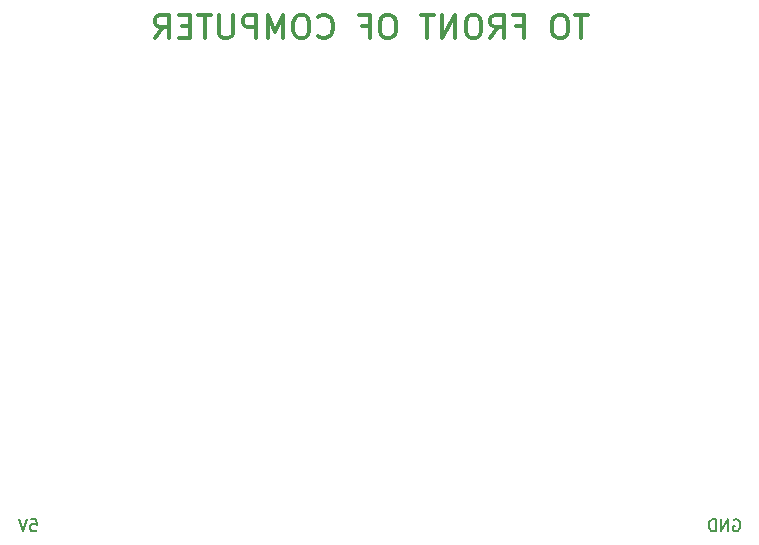
<source format=gbr>
%TF.GenerationSoftware,KiCad,Pcbnew,(5.1.9-0-10_14)*%
%TF.CreationDate,2022-01-29T10:24:00+00:00*%
%TF.ProjectId,SimpleRamFlashCartridge,53696d70-6c65-4526-916d-466c61736843,rev?*%
%TF.SameCoordinates,Original*%
%TF.FileFunction,Legend,Bot*%
%TF.FilePolarity,Positive*%
%FSLAX46Y46*%
G04 Gerber Fmt 4.6, Leading zero omitted, Abs format (unit mm)*
G04 Created by KiCad (PCBNEW (5.1.9-0-10_14)) date 2022-01-29 10:24:00*
%MOMM*%
%LPD*%
G01*
G04 APERTURE LIST*
%ADD10C,0.150000*%
%ADD11C,0.300000*%
G04 APERTURE END LIST*
D10*
X166306476Y-113498380D02*
X166782666Y-113498380D01*
X166830285Y-113974571D01*
X166782666Y-113926952D01*
X166687428Y-113879333D01*
X166449333Y-113879333D01*
X166354095Y-113926952D01*
X166306476Y-113974571D01*
X166258857Y-114069809D01*
X166258857Y-114307904D01*
X166306476Y-114403142D01*
X166354095Y-114450761D01*
X166449333Y-114498380D01*
X166687428Y-114498380D01*
X166782666Y-114450761D01*
X166830285Y-114403142D01*
X165973142Y-113498380D02*
X165639809Y-114498380D01*
X165306476Y-113498380D01*
X225805904Y-113546000D02*
X225901142Y-113498380D01*
X226044000Y-113498380D01*
X226186857Y-113546000D01*
X226282095Y-113641238D01*
X226329714Y-113736476D01*
X226377333Y-113926952D01*
X226377333Y-114069809D01*
X226329714Y-114260285D01*
X226282095Y-114355523D01*
X226186857Y-114450761D01*
X226044000Y-114498380D01*
X225948761Y-114498380D01*
X225805904Y-114450761D01*
X225758285Y-114403142D01*
X225758285Y-114069809D01*
X225948761Y-114069809D01*
X225329714Y-114498380D02*
X225329714Y-113498380D01*
X224758285Y-114498380D01*
X224758285Y-113498380D01*
X224282095Y-114498380D02*
X224282095Y-113498380D01*
X224044000Y-113498380D01*
X223901142Y-113546000D01*
X223805904Y-113641238D01*
X223758285Y-113736476D01*
X223710666Y-113926952D01*
X223710666Y-114069809D01*
X223758285Y-114260285D01*
X223805904Y-114355523D01*
X223901142Y-114450761D01*
X224044000Y-114498380D01*
X224282095Y-114498380D01*
D11*
X213500571Y-70786761D02*
X212357714Y-70786761D01*
X212929142Y-72786761D02*
X212929142Y-70786761D01*
X211310095Y-70786761D02*
X210929142Y-70786761D01*
X210738666Y-70882000D01*
X210548190Y-71072476D01*
X210452952Y-71453428D01*
X210452952Y-72120095D01*
X210548190Y-72501047D01*
X210738666Y-72691523D01*
X210929142Y-72786761D01*
X211310095Y-72786761D01*
X211500571Y-72691523D01*
X211691047Y-72501047D01*
X211786285Y-72120095D01*
X211786285Y-71453428D01*
X211691047Y-71072476D01*
X211500571Y-70882000D01*
X211310095Y-70786761D01*
X207405333Y-71739142D02*
X208072000Y-71739142D01*
X208072000Y-72786761D02*
X208072000Y-70786761D01*
X207119619Y-70786761D01*
X205214857Y-72786761D02*
X205881523Y-71834380D01*
X206357714Y-72786761D02*
X206357714Y-70786761D01*
X205595809Y-70786761D01*
X205405333Y-70882000D01*
X205310095Y-70977238D01*
X205214857Y-71167714D01*
X205214857Y-71453428D01*
X205310095Y-71643904D01*
X205405333Y-71739142D01*
X205595809Y-71834380D01*
X206357714Y-71834380D01*
X203976761Y-70786761D02*
X203595809Y-70786761D01*
X203405333Y-70882000D01*
X203214857Y-71072476D01*
X203119619Y-71453428D01*
X203119619Y-72120095D01*
X203214857Y-72501047D01*
X203405333Y-72691523D01*
X203595809Y-72786761D01*
X203976761Y-72786761D01*
X204167238Y-72691523D01*
X204357714Y-72501047D01*
X204452952Y-72120095D01*
X204452952Y-71453428D01*
X204357714Y-71072476D01*
X204167238Y-70882000D01*
X203976761Y-70786761D01*
X202262476Y-72786761D02*
X202262476Y-70786761D01*
X201119619Y-72786761D01*
X201119619Y-70786761D01*
X200452952Y-70786761D02*
X199310095Y-70786761D01*
X199881523Y-72786761D02*
X199881523Y-70786761D01*
X196738666Y-70786761D02*
X196357714Y-70786761D01*
X196167238Y-70882000D01*
X195976761Y-71072476D01*
X195881523Y-71453428D01*
X195881523Y-72120095D01*
X195976761Y-72501047D01*
X196167238Y-72691523D01*
X196357714Y-72786761D01*
X196738666Y-72786761D01*
X196929142Y-72691523D01*
X197119619Y-72501047D01*
X197214857Y-72120095D01*
X197214857Y-71453428D01*
X197119619Y-71072476D01*
X196929142Y-70882000D01*
X196738666Y-70786761D01*
X194357714Y-71739142D02*
X195024380Y-71739142D01*
X195024380Y-72786761D02*
X195024380Y-70786761D01*
X194072000Y-70786761D01*
X190643428Y-72596285D02*
X190738666Y-72691523D01*
X191024380Y-72786761D01*
X191214857Y-72786761D01*
X191500571Y-72691523D01*
X191691047Y-72501047D01*
X191786285Y-72310571D01*
X191881523Y-71929619D01*
X191881523Y-71643904D01*
X191786285Y-71262952D01*
X191691047Y-71072476D01*
X191500571Y-70882000D01*
X191214857Y-70786761D01*
X191024380Y-70786761D01*
X190738666Y-70882000D01*
X190643428Y-70977238D01*
X189405333Y-70786761D02*
X189024380Y-70786761D01*
X188833904Y-70882000D01*
X188643428Y-71072476D01*
X188548190Y-71453428D01*
X188548190Y-72120095D01*
X188643428Y-72501047D01*
X188833904Y-72691523D01*
X189024380Y-72786761D01*
X189405333Y-72786761D01*
X189595809Y-72691523D01*
X189786285Y-72501047D01*
X189881523Y-72120095D01*
X189881523Y-71453428D01*
X189786285Y-71072476D01*
X189595809Y-70882000D01*
X189405333Y-70786761D01*
X187691047Y-72786761D02*
X187691047Y-70786761D01*
X187024380Y-72215333D01*
X186357714Y-70786761D01*
X186357714Y-72786761D01*
X185405333Y-72786761D02*
X185405333Y-70786761D01*
X184643428Y-70786761D01*
X184452952Y-70882000D01*
X184357714Y-70977238D01*
X184262476Y-71167714D01*
X184262476Y-71453428D01*
X184357714Y-71643904D01*
X184452952Y-71739142D01*
X184643428Y-71834380D01*
X185405333Y-71834380D01*
X183405333Y-70786761D02*
X183405333Y-72405809D01*
X183310095Y-72596285D01*
X183214857Y-72691523D01*
X183024380Y-72786761D01*
X182643428Y-72786761D01*
X182452952Y-72691523D01*
X182357714Y-72596285D01*
X182262476Y-72405809D01*
X182262476Y-70786761D01*
X181595809Y-70786761D02*
X180452952Y-70786761D01*
X181024380Y-72786761D02*
X181024380Y-70786761D01*
X179786285Y-71739142D02*
X179119619Y-71739142D01*
X178833904Y-72786761D02*
X179786285Y-72786761D01*
X179786285Y-70786761D01*
X178833904Y-70786761D01*
X176833904Y-72786761D02*
X177500571Y-71834380D01*
X177976761Y-72786761D02*
X177976761Y-70786761D01*
X177214857Y-70786761D01*
X177024380Y-70882000D01*
X176929142Y-70977238D01*
X176833904Y-71167714D01*
X176833904Y-71453428D01*
X176929142Y-71643904D01*
X177024380Y-71739142D01*
X177214857Y-71834380D01*
X177976761Y-71834380D01*
M02*

</source>
